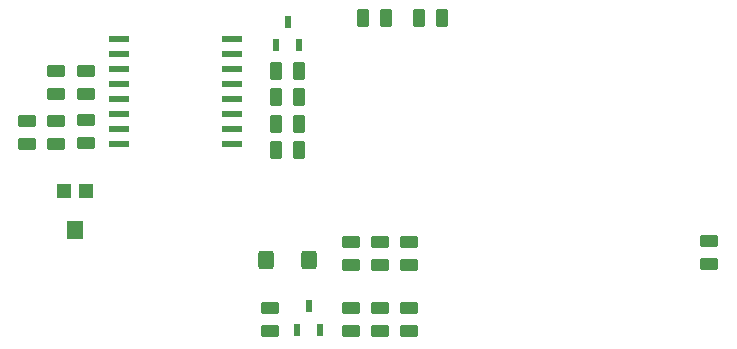
<source format=gtp>
G04*
G04 #@! TF.GenerationSoftware,Altium Limited,Altium Designer,21.3.2 (30)*
G04*
G04 Layer_Color=8421504*
%FSTAX24Y24*%
%MOIN*%
G70*
G04*
G04 #@! TF.SameCoordinates,A58ECD2F-0E49-4CC9-AAE6-1995A15C2F52*
G04*
G04*
G04 #@! TF.FilePolarity,Positive*
G04*
G01*
G75*
%ADD20R,0.0710X0.0210*%
G04:AMPARAMS|DCode=21|XSize=63mil|YSize=41.3mil|CornerRadius=10.3mil|HoleSize=0mil|Usage=FLASHONLY|Rotation=0.000|XOffset=0mil|YOffset=0mil|HoleType=Round|Shape=RoundedRectangle|*
%AMROUNDEDRECTD21*
21,1,0.0630,0.0207,0,0,0.0*
21,1,0.0423,0.0413,0,0,0.0*
1,1,0.0207,0.0212,-0.0103*
1,1,0.0207,-0.0212,-0.0103*
1,1,0.0207,-0.0212,0.0103*
1,1,0.0207,0.0212,0.0103*
%
%ADD21ROUNDEDRECTD21*%
%ADD22R,0.0236X0.0394*%
G04:AMPARAMS|DCode=23|XSize=63mil|YSize=41.3mil|CornerRadius=10.3mil|HoleSize=0mil|Usage=FLASHONLY|Rotation=270.000|XOffset=0mil|YOffset=0mil|HoleType=Round|Shape=RoundedRectangle|*
%AMROUNDEDRECTD23*
21,1,0.0630,0.0207,0,0,270.0*
21,1,0.0423,0.0413,0,0,270.0*
1,1,0.0207,-0.0103,-0.0212*
1,1,0.0207,-0.0103,0.0212*
1,1,0.0207,0.0103,0.0212*
1,1,0.0207,0.0103,-0.0212*
%
%ADD23ROUNDEDRECTD23*%
%ADD24R,0.0472X0.0472*%
%ADD25R,0.0551X0.0591*%
G04:AMPARAMS|DCode=26|XSize=55.1mil|YSize=63mil|CornerRadius=13.8mil|HoleSize=0mil|Usage=FLASHONLY|Rotation=180.000|XOffset=0mil|YOffset=0mil|HoleType=Round|Shape=RoundedRectangle|*
%AMROUNDEDRECTD26*
21,1,0.0551,0.0354,0,0,180.0*
21,1,0.0276,0.0630,0,0,180.0*
1,1,0.0276,-0.0138,0.0177*
1,1,0.0276,0.0138,0.0177*
1,1,0.0276,0.0138,-0.0177*
1,1,0.0276,-0.0138,-0.0177*
%
%ADD26ROUNDEDRECTD26*%
D20*
X04492Y03105D02*
D03*
Y03155D02*
D03*
Y03205D02*
D03*
Y03255D02*
D03*
Y03305D02*
D03*
Y03355D02*
D03*
Y03405D02*
D03*
Y03455D02*
D03*
X04868D02*
D03*
Y03405D02*
D03*
Y03355D02*
D03*
Y03305D02*
D03*
Y03255D02*
D03*
Y03205D02*
D03*
Y03155D02*
D03*
Y03105D02*
D03*
D21*
X0646Y027834D02*
D03*
Y027066D02*
D03*
X05265Y024832D02*
D03*
Y0256D02*
D03*
X053618Y024832D02*
D03*
Y0256D02*
D03*
X054585Y024832D02*
D03*
Y0256D02*
D03*
X043814Y03272D02*
D03*
Y033487D02*
D03*
Y031854D02*
D03*
Y031086D02*
D03*
X042826Y031837D02*
D03*
Y03107D02*
D03*
X04995Y025605D02*
D03*
Y024838D02*
D03*
X054585Y027784D02*
D03*
Y027016D02*
D03*
X053618Y027784D02*
D03*
Y027016D02*
D03*
X05265Y027784D02*
D03*
Y027016D02*
D03*
X042834Y03272D02*
D03*
Y033487D02*
D03*
X041876Y031837D02*
D03*
Y03107D02*
D03*
D22*
X050544Y035128D02*
D03*
X050918Y034341D02*
D03*
X05017D02*
D03*
X050876Y024856D02*
D03*
X051624D02*
D03*
X05125Y025644D02*
D03*
D23*
X053834Y03525D02*
D03*
X053066D02*
D03*
X054916D02*
D03*
X055684D02*
D03*
X05017Y033487D02*
D03*
X050938D02*
D03*
X05017Y030852D02*
D03*
X050938D02*
D03*
X05017Y031731D02*
D03*
X050938D02*
D03*
X05017Y032609D02*
D03*
X050938D02*
D03*
D24*
X043086Y029499D02*
D03*
X043814D02*
D03*
D25*
X04345Y02819D02*
D03*
D26*
X049841Y0272D02*
D03*
X051259D02*
D03*
M02*

</source>
